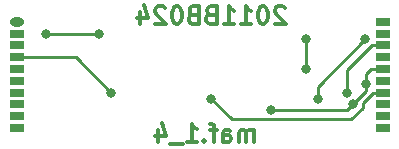
<source format=gbr>
G04 #@! TF.GenerationSoftware,KiCad,Pcbnew,(5.0.0)*
G04 #@! TF.CreationDate,2019-04-19T16:07:06+03:00*
G04 #@! TF.ProjectId,Rs485_adapter,52733438355F616461707465722E6B69,rev?*
G04 #@! TF.SameCoordinates,Original*
G04 #@! TF.FileFunction,Copper,L2,Bot,Signal*
G04 #@! TF.FilePolarity,Positive*
%FSLAX46Y46*%
G04 Gerber Fmt 4.6, Leading zero omitted, Abs format (unit mm)*
G04 Created by KiCad (PCBNEW (5.0.0)) date 04/19/19 16:07:06*
%MOMM*%
%LPD*%
G01*
G04 APERTURE LIST*
G04 #@! TA.AperFunction,NonConductor*
%ADD10C,0.300000*%
G04 #@! TD*
G04 #@! TA.AperFunction,ComponentPad*
%ADD11O,1.200000X0.800000*%
G04 #@! TD*
G04 #@! TA.AperFunction,ComponentPad*
%ADD12R,1.200000X0.800000*%
G04 #@! TD*
G04 #@! TA.AperFunction,ViaPad*
%ADD13C,0.800000*%
G04 #@! TD*
G04 #@! TA.AperFunction,Conductor*
%ADD14C,0.250000*%
G04 #@! TD*
G04 APERTURE END LIST*
D10*
X154607142Y-96678571D02*
X154607142Y-95678571D01*
X154607142Y-95821428D02*
X154535714Y-95750000D01*
X154392857Y-95678571D01*
X154178571Y-95678571D01*
X154035714Y-95750000D01*
X153964285Y-95892857D01*
X153964285Y-96678571D01*
X153964285Y-95892857D02*
X153892857Y-95750000D01*
X153750000Y-95678571D01*
X153535714Y-95678571D01*
X153392857Y-95750000D01*
X153321428Y-95892857D01*
X153321428Y-96678571D01*
X151964285Y-96678571D02*
X151964285Y-95892857D01*
X152035714Y-95750000D01*
X152178571Y-95678571D01*
X152464285Y-95678571D01*
X152607142Y-95750000D01*
X151964285Y-96607142D02*
X152107142Y-96678571D01*
X152464285Y-96678571D01*
X152607142Y-96607142D01*
X152678571Y-96464285D01*
X152678571Y-96321428D01*
X152607142Y-96178571D01*
X152464285Y-96107142D01*
X152107142Y-96107142D01*
X151964285Y-96035714D01*
X151464285Y-95678571D02*
X150892857Y-95678571D01*
X151250000Y-96678571D02*
X151250000Y-95392857D01*
X151178571Y-95250000D01*
X151035714Y-95178571D01*
X150892857Y-95178571D01*
X150392857Y-96535714D02*
X150321428Y-96607142D01*
X150392857Y-96678571D01*
X150464285Y-96607142D01*
X150392857Y-96535714D01*
X150392857Y-96678571D01*
X148892857Y-96678571D02*
X149750000Y-96678571D01*
X149321428Y-96678571D02*
X149321428Y-95178571D01*
X149464285Y-95392857D01*
X149607142Y-95535714D01*
X149750000Y-95607142D01*
X148607142Y-96821428D02*
X147464285Y-96821428D01*
X146464285Y-95678571D02*
X146464285Y-96678571D01*
X146821428Y-95107142D02*
X147178571Y-96178571D01*
X146250000Y-96178571D01*
X157214285Y-85321428D02*
X157142857Y-85250000D01*
X157000000Y-85178571D01*
X156642857Y-85178571D01*
X156500000Y-85250000D01*
X156428571Y-85321428D01*
X156357142Y-85464285D01*
X156357142Y-85607142D01*
X156428571Y-85821428D01*
X157285714Y-86678571D01*
X156357142Y-86678571D01*
X155428571Y-85178571D02*
X155285714Y-85178571D01*
X155142857Y-85250000D01*
X155071428Y-85321428D01*
X155000000Y-85464285D01*
X154928571Y-85750000D01*
X154928571Y-86107142D01*
X155000000Y-86392857D01*
X155071428Y-86535714D01*
X155142857Y-86607142D01*
X155285714Y-86678571D01*
X155428571Y-86678571D01*
X155571428Y-86607142D01*
X155642857Y-86535714D01*
X155714285Y-86392857D01*
X155785714Y-86107142D01*
X155785714Y-85750000D01*
X155714285Y-85464285D01*
X155642857Y-85321428D01*
X155571428Y-85250000D01*
X155428571Y-85178571D01*
X153500000Y-86678571D02*
X154357142Y-86678571D01*
X153928571Y-86678571D02*
X153928571Y-85178571D01*
X154071428Y-85392857D01*
X154214285Y-85535714D01*
X154357142Y-85607142D01*
X152071428Y-86678571D02*
X152928571Y-86678571D01*
X152500000Y-86678571D02*
X152500000Y-85178571D01*
X152642857Y-85392857D01*
X152785714Y-85535714D01*
X152928571Y-85607142D01*
X150928571Y-85892857D02*
X150714285Y-85964285D01*
X150642857Y-86035714D01*
X150571428Y-86178571D01*
X150571428Y-86392857D01*
X150642857Y-86535714D01*
X150714285Y-86607142D01*
X150857142Y-86678571D01*
X151428571Y-86678571D01*
X151428571Y-85178571D01*
X150928571Y-85178571D01*
X150785714Y-85250000D01*
X150714285Y-85321428D01*
X150642857Y-85464285D01*
X150642857Y-85607142D01*
X150714285Y-85750000D01*
X150785714Y-85821428D01*
X150928571Y-85892857D01*
X151428571Y-85892857D01*
X149428571Y-85892857D02*
X149214285Y-85964285D01*
X149142857Y-86035714D01*
X149071428Y-86178571D01*
X149071428Y-86392857D01*
X149142857Y-86535714D01*
X149214285Y-86607142D01*
X149357142Y-86678571D01*
X149928571Y-86678571D01*
X149928571Y-85178571D01*
X149428571Y-85178571D01*
X149285714Y-85250000D01*
X149214285Y-85321428D01*
X149142857Y-85464285D01*
X149142857Y-85607142D01*
X149214285Y-85750000D01*
X149285714Y-85821428D01*
X149428571Y-85892857D01*
X149928571Y-85892857D01*
X148142857Y-85178571D02*
X148000000Y-85178571D01*
X147857142Y-85250000D01*
X147785714Y-85321428D01*
X147714285Y-85464285D01*
X147642857Y-85750000D01*
X147642857Y-86107142D01*
X147714285Y-86392857D01*
X147785714Y-86535714D01*
X147857142Y-86607142D01*
X148000000Y-86678571D01*
X148142857Y-86678571D01*
X148285714Y-86607142D01*
X148357142Y-86535714D01*
X148428571Y-86392857D01*
X148500000Y-86107142D01*
X148500000Y-85750000D01*
X148428571Y-85464285D01*
X148357142Y-85321428D01*
X148285714Y-85250000D01*
X148142857Y-85178571D01*
X147071428Y-85321428D02*
X147000000Y-85250000D01*
X146857142Y-85178571D01*
X146500000Y-85178571D01*
X146357142Y-85250000D01*
X146285714Y-85321428D01*
X146214285Y-85464285D01*
X146214285Y-85607142D01*
X146285714Y-85821428D01*
X147142857Y-86678571D01*
X146214285Y-86678571D01*
X144928571Y-85678571D02*
X144928571Y-86678571D01*
X145285714Y-85107142D02*
X145642857Y-86178571D01*
X144714285Y-86178571D01*
D11*
G04 #@! TO.P,A1,1A*
G04 #@! TO.N,Net-(A1-Pad1A)*
X134500000Y-86500000D03*
D12*
G04 #@! TO.P,A1,1B*
G04 #@! TO.N,Net-(A1-Pad1B)*
X165500000Y-95500000D03*
G04 #@! TO.P,A1,2A*
G04 #@! TO.N,Net-(A1-Pad2A)*
X134500000Y-87500000D03*
G04 #@! TO.P,A1,3A*
G04 #@! TO.N,Net-(A1-Pad3A)*
X134500000Y-88500000D03*
G04 #@! TO.P,A1,4A*
G04 #@! TO.N,Net-(A1-Pad4A)*
X134500000Y-89500000D03*
G04 #@! TO.P,A1,5A*
G04 #@! TO.N,Net-(A1-Pad5A)*
X134500000Y-90500000D03*
G04 #@! TO.P,A1,6A*
G04 #@! TO.N,Net-(A1-Pad6A)*
X134500000Y-91500000D03*
G04 #@! TO.P,A1,7A*
G04 #@! TO.N,Net-(A1-Pad1B)*
X134500000Y-92500000D03*
G04 #@! TO.P,A1,8A*
X134500000Y-93500000D03*
G04 #@! TO.P,A1,9A*
G04 #@! TO.N,Net-(A1-Pad9A)*
X134500000Y-94500000D03*
G04 #@! TO.P,A1,10A*
G04 #@! TO.N,Net-(A1-Pad10A)*
X134500000Y-95500000D03*
G04 #@! TO.P,A1,2B*
G04 #@! TO.N,Net-(A1-Pad1B)*
X165500000Y-94500000D03*
G04 #@! TO.P,A1,3B*
G04 #@! TO.N,Net-(A1-Pad3B)*
X165500000Y-93500000D03*
G04 #@! TO.P,A1,4B*
G04 #@! TO.N,Net-(A1-Pad4B)*
X165500000Y-92500000D03*
G04 #@! TO.P,A1,5B*
G04 #@! TO.N,Net-(A1-Pad5B)*
X165500000Y-91500000D03*
G04 #@! TO.P,A1,6B*
G04 #@! TO.N,Net-(A1-Pad6B)*
X165500000Y-90500000D03*
G04 #@! TO.P,A1,7B*
G04 #@! TO.N,Net-(A1-Pad4B)*
X165500000Y-89500000D03*
G04 #@! TO.P,A1,8B*
G04 #@! TO.N,Net-(A1-Pad3B)*
X165500000Y-88500000D03*
G04 #@! TO.P,A1,9B*
G04 #@! TO.N,Net-(A1-Pad9B)*
X165500000Y-87500000D03*
G04 #@! TO.P,A1,10B*
G04 #@! TO.N,Net-(A1-Pad10B)*
X165500000Y-86500000D03*
G04 #@! TD*
D13*
G04 #@! TO.N,Net-(A1-Pad1B)*
X141500000Y-87500000D03*
X137000000Y-87500000D03*
X164000000Y-88000000D03*
X160000000Y-93000000D03*
G04 #@! TO.N,Net-(A1-Pad4A)*
X142500000Y-92500000D03*
G04 #@! TO.N,Net-(A1-Pad3B)*
X162500000Y-92500000D03*
G04 #@! TO.N,Net-(A1-Pad4B)*
X151000000Y-93000000D03*
G04 #@! TO.N,Net-(A1-Pad6B)*
X163000000Y-93500000D03*
X156000000Y-94000000D03*
X164100000Y-91800000D03*
G04 #@! TO.N,Net-(HL3-Pad1)*
X159000000Y-90500000D03*
X159000000Y-88000000D03*
G04 #@! TD*
D14*
G04 #@! TO.N,Net-(A1-Pad1B)*
X141500000Y-87500000D02*
X137000000Y-87500000D01*
X160000000Y-92000000D02*
X160000000Y-93000000D01*
X164000000Y-88000000D02*
X160000000Y-92000000D01*
G04 #@! TO.N,Net-(A1-Pad4A)*
X134500000Y-89500000D02*
X139500000Y-89500000D01*
X139500000Y-89500000D02*
X142500000Y-92500000D01*
G04 #@! TO.N,Net-(A1-Pad3B)*
X162500000Y-91300000D02*
X162500000Y-90600000D01*
X162500000Y-91300000D02*
X162500000Y-92500000D01*
X164600000Y-88500000D02*
X165099990Y-88500000D01*
X162500000Y-90600000D02*
X164600000Y-88500000D01*
G04 #@! TO.N,Net-(A1-Pad4B)*
X152725001Y-94725001D02*
X151000000Y-93000000D01*
X162848001Y-94725001D02*
X152725001Y-94725001D01*
X163800000Y-93773002D02*
X163800000Y-93400000D01*
X163800000Y-93773002D02*
X162848001Y-94725001D01*
X163800000Y-93400000D02*
X164700000Y-92500000D01*
X164700000Y-92500000D02*
X165099990Y-92500000D01*
G04 #@! TO.N,Net-(A1-Pad6B)*
X163000000Y-93500000D02*
X162500000Y-94000000D01*
X162500000Y-94000000D02*
X156000000Y-94000000D01*
X164500000Y-90500000D02*
X165099990Y-90500000D01*
X164100000Y-91800000D02*
X164100000Y-90900000D01*
X164100000Y-90900000D02*
X164500000Y-90500000D01*
X164100000Y-92400000D02*
X164100000Y-91800000D01*
X164100000Y-92400000D02*
X163000000Y-93500000D01*
G04 #@! TO.N,Net-(HL3-Pad1)*
X159000000Y-90500000D02*
X159000000Y-88000000D01*
G04 #@! TD*
M02*

</source>
